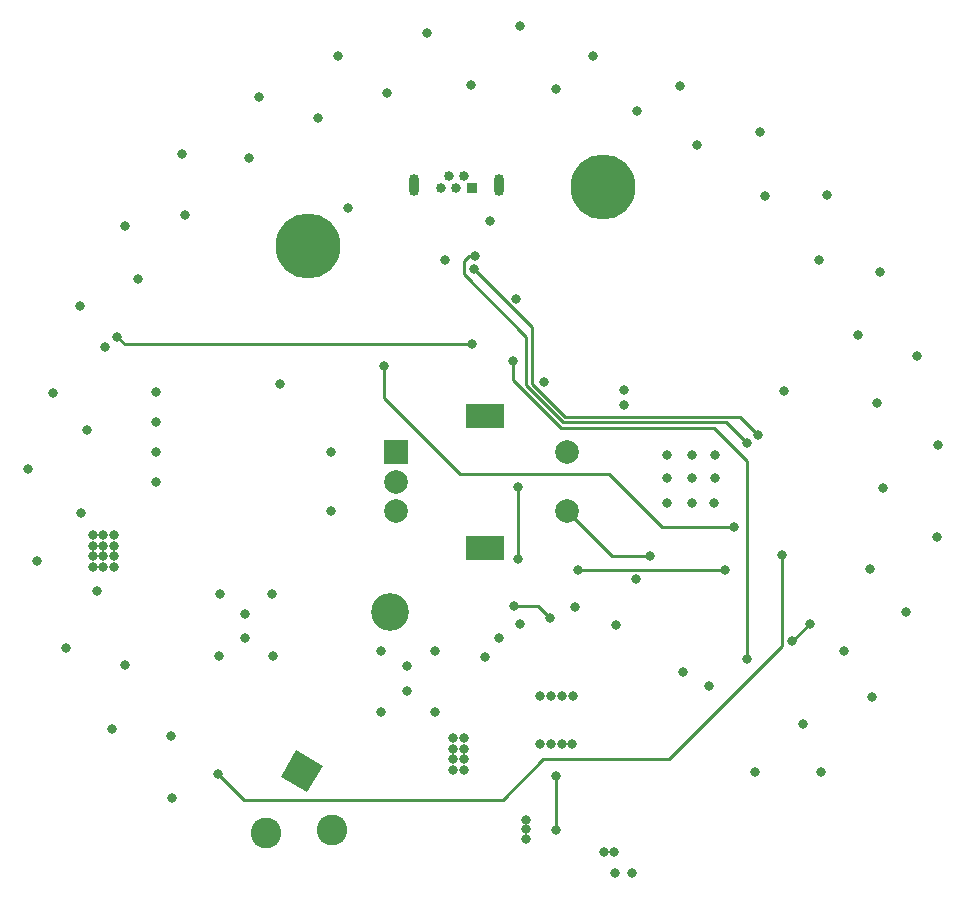
<source format=gbr>
%TF.GenerationSoftware,KiCad,Pcbnew,(5.1.9)-1*%
%TF.CreationDate,2021-08-28T01:46:01+02:00*%
%TF.ProjectId,nogasm,6e6f6761-736d-42e6-9b69-6361645f7063,rev?*%
%TF.SameCoordinates,Original*%
%TF.FileFunction,Copper,L4,Bot*%
%TF.FilePolarity,Positive*%
%FSLAX46Y46*%
G04 Gerber Fmt 4.6, Leading zero omitted, Abs format (unit mm)*
G04 Created by KiCad (PCBNEW (5.1.9)-1) date 2021-08-28 01:46:01*
%MOMM*%
%LPD*%
G01*
G04 APERTURE LIST*
%TA.AperFunction,ComponentPad*%
%ADD10O,0.850000X1.850000*%
%TD*%
%TA.AperFunction,ComponentPad*%
%ADD11C,0.840000*%
%TD*%
%TA.AperFunction,ComponentPad*%
%ADD12R,0.840000X0.840000*%
%TD*%
%TA.AperFunction,ComponentPad*%
%ADD13R,2.000000X2.000000*%
%TD*%
%TA.AperFunction,ComponentPad*%
%ADD14C,2.000000*%
%TD*%
%TA.AperFunction,ComponentPad*%
%ADD15R,3.200000X2.000000*%
%TD*%
%TA.AperFunction,ComponentPad*%
%ADD16C,2.600000*%
%TD*%
%TA.AperFunction,ComponentPad*%
%ADD17C,0.100000*%
%TD*%
%TA.AperFunction,ViaPad*%
%ADD18C,5.500000*%
%TD*%
%TA.AperFunction,ViaPad*%
%ADD19C,3.200000*%
%TD*%
%TA.AperFunction,ViaPad*%
%ADD20C,0.800000*%
%TD*%
%TA.AperFunction,Conductor*%
%ADD21C,0.250000*%
%TD*%
G04 APERTURE END LIST*
D10*
%TO.P,J3,6*%
%TO.N,GND*%
X134025000Y-64880000D03*
X141175000Y-64880000D03*
D11*
%TO.P,J3,5*%
X136300000Y-65100000D03*
%TO.P,J3,4*%
%TO.N,Net-(J3-Pad4)*%
X136950000Y-64100000D03*
%TO.P,J3,3*%
%TO.N,Net-(J3-Pad3)*%
X137600000Y-65100000D03*
%TO.P,J3,2*%
%TO.N,Net-(J3-Pad2)*%
X138250000Y-64100000D03*
D12*
%TO.P,J3,1*%
%TO.N,Net-(J3-Pad1)*%
X138900000Y-65100000D03*
%TD*%
D13*
%TO.P,SW2,A*%
%TO.N,/ENC_A*%
X132500000Y-87500000D03*
D14*
%TO.P,SW2,C*%
%TO.N,GND*%
X132500000Y-90000000D03*
%TO.P,SW2,B*%
%TO.N,/ENC_B*%
X132500000Y-92500000D03*
D15*
%TO.P,SW2,MP*%
%TO.N,N/C*%
X140000000Y-84400000D03*
X140000000Y-95600000D03*
D14*
%TO.P,SW2,S2*%
%TO.N,GND*%
X147000000Y-87500000D03*
%TO.P,SW2,S1*%
%TO.N,/ENC_SW*%
X147000000Y-92500000D03*
%TD*%
D16*
%TO.P,J1,3*%
%TO.N,N/C*%
X127070319Y-119448076D03*
%TO.P,J1,2*%
%TO.N,GND*%
X121500000Y-119696152D03*
%TA.AperFunction,ComponentPad*%
D17*
%TO.P,J1,1*%
%TO.N,+12V*%
G36*
X122724167Y-114975833D02*
G01*
X124024167Y-112724167D01*
X126275833Y-114024167D01*
X124975833Y-116275833D01*
X122724167Y-114975833D01*
G37*
%TD.AperFunction*%
%TD*%
D18*
%TO.N,*%
X125000000Y-70000000D03*
D19*
X132000000Y-101000000D03*
D18*
X150000000Y-65000000D03*
D20*
%TO.N,GND*%
X112200000Y-90000000D03*
X112200000Y-87500000D03*
X112200000Y-84900000D03*
X119700000Y-103200000D03*
X119700000Y-101200000D03*
X133400000Y-105600000D03*
X133400000Y-107700000D03*
X135800000Y-109500000D03*
X131200000Y-109500000D03*
X135800000Y-104300000D03*
X131200000Y-104300000D03*
X117500000Y-104700000D03*
X122100000Y-104700000D03*
X122000000Y-99500000D03*
X117600000Y-99500000D03*
X157500000Y-91800000D03*
X157500000Y-87700000D03*
X157500000Y-89700000D03*
X159500000Y-89700000D03*
X155400000Y-89700000D03*
X155400000Y-91800000D03*
X159400000Y-91800000D03*
X159500000Y-87700000D03*
X155400000Y-87700000D03*
X168500000Y-114600000D03*
X172800000Y-108200000D03*
X175700000Y-101000000D03*
X178300000Y-94700000D03*
X178400000Y-86900000D03*
X176600000Y-79300000D03*
X173500000Y-72200000D03*
X169000000Y-65700000D03*
X163300000Y-60400000D03*
X156500000Y-56500000D03*
X149200000Y-53900000D03*
X143000000Y-51400000D03*
X135100000Y-52000000D03*
X127600000Y-53900000D03*
X120900000Y-57400000D03*
X114400000Y-62200000D03*
X109500000Y-68300000D03*
X105700000Y-75100000D03*
X103400000Y-82500000D03*
X101300000Y-88900000D03*
X102100000Y-96700000D03*
X104500000Y-104100000D03*
X108400000Y-110900000D03*
X113500000Y-116800000D03*
X122700000Y-81700000D03*
X151800000Y-82200000D03*
X165300000Y-82300000D03*
X152800000Y-98225000D03*
X156800000Y-106100000D03*
X159000000Y-107300000D03*
X151000000Y-123100000D03*
X152500000Y-123100000D03*
X150900000Y-121300000D03*
X150100000Y-121300000D03*
X141200000Y-103200000D03*
X147600000Y-100600000D03*
X127000000Y-92500000D03*
X127000000Y-87500000D03*
X140000000Y-104800000D03*
X112200000Y-82400000D03*
X144700000Y-108100000D03*
X145600000Y-108100000D03*
X146500000Y-108100000D03*
X147500000Y-108100000D03*
X144700000Y-112200000D03*
X145600000Y-112200000D03*
X146500000Y-112200000D03*
X147400000Y-112200000D03*
X140400000Y-67900000D03*
X145005865Y-81499992D03*
%TO.N,+3V3*%
X151800000Y-83500000D03*
X143500000Y-118600000D03*
X143500000Y-119400000D03*
X143500000Y-120200000D03*
X137300000Y-111700000D03*
X138200000Y-111700000D03*
X137300000Y-112600000D03*
X138200000Y-112600000D03*
X137300000Y-113500000D03*
X138200000Y-113500000D03*
X137300000Y-114400000D03*
X138200000Y-114400000D03*
X143000000Y-102000000D03*
X151100000Y-102100000D03*
X128400000Y-66800000D03*
X136600000Y-71200000D03*
X142625313Y-74474687D03*
%TO.N,+5V*%
X113400000Y-111500000D03*
X109500000Y-105500000D03*
X107200000Y-99200000D03*
X105800000Y-92600000D03*
X106300000Y-85600000D03*
X107800000Y-78600000D03*
X110600000Y-72800000D03*
X114600000Y-67400000D03*
X120000000Y-62600000D03*
X125900000Y-59200000D03*
X131700000Y-57100000D03*
X146000000Y-56700000D03*
X152900000Y-58600000D03*
X158000000Y-61500000D03*
X163700000Y-65800000D03*
X168300000Y-71200000D03*
X171600000Y-77600000D03*
X173200000Y-83300000D03*
X173700000Y-90500000D03*
X172600000Y-97400000D03*
X170400000Y-104300000D03*
X166900000Y-110500000D03*
X162900000Y-114600000D03*
X138800000Y-56400000D03*
X107700000Y-94500000D03*
X108600000Y-94500000D03*
X108600000Y-95400000D03*
X108600000Y-96300000D03*
X107700000Y-96300000D03*
X107700000Y-95400000D03*
X106800000Y-95400000D03*
X106800000Y-96300000D03*
X106800000Y-97200000D03*
X107700000Y-97200000D03*
X108600000Y-97200000D03*
X106800000Y-94500000D03*
X108900000Y-77700000D03*
X138900000Y-78300000D03*
%TO.N,/ENC_B*%
X147926998Y-97500000D03*
X160300000Y-97500000D03*
%TO.N,/LED*%
X117400000Y-114700000D03*
X165200000Y-96200000D03*
%TO.N,/LEDS/Data-Out*%
X162200000Y-105000000D03*
X142400000Y-79800000D03*
%TO.N,Net-(R1-Pad1)*%
X146000000Y-119500000D03*
X146000000Y-114900000D03*
%TO.N,/Motor*%
X166000000Y-103500000D03*
X167499962Y-102000000D03*
%TO.N,/ENC_SW*%
X154000000Y-96300000D03*
%TO.N,/PRESSURE*%
X142800000Y-96500000D03*
X142800000Y-90410000D03*
%TO.N,Net-(RV1-Pad2)*%
X142500000Y-100500000D03*
X145530002Y-101500000D03*
%TO.N,/IO0*%
X161100000Y-93800000D03*
X131500000Y-80200000D03*
%TO.N,/TX_ESP*%
X163100000Y-86000000D03*
X139112660Y-71987340D03*
%TO.N,/RX_ESP*%
X162200000Y-86700000D03*
X139200000Y-70900000D03*
%TD*%
D21*
%TO.N,+5V*%
X109500000Y-78300000D02*
X108900000Y-77700000D01*
X138900000Y-78300000D02*
X109500000Y-78300000D01*
%TO.N,/ENC_A*%
X132500000Y-87500000D02*
X132600000Y-87500000D01*
%TO.N,/ENC_B*%
X147926998Y-97500000D02*
X160300000Y-97500000D01*
%TO.N,/LED*%
X144900000Y-113500000D02*
X141500000Y-116900000D01*
X141500000Y-116900000D02*
X119600000Y-116900000D01*
X119600000Y-116900000D02*
X117400000Y-114700000D01*
X153700000Y-113500000D02*
X144900000Y-113500000D01*
X153900000Y-113500000D02*
X153700000Y-113500000D01*
X155600000Y-113500000D02*
X153700000Y-113500000D01*
X165200000Y-103900000D02*
X155600000Y-113500000D01*
X165200000Y-96200000D02*
X165200000Y-103900000D01*
%TO.N,/LEDS/Data-Out*%
X162200000Y-104434315D02*
X162200000Y-105000000D01*
X162200000Y-88200000D02*
X162200000Y-104434315D01*
X159400000Y-85400000D02*
X162200000Y-88200000D01*
X146427178Y-85400000D02*
X159400000Y-85400000D01*
X142400000Y-81372822D02*
X146427178Y-85400000D01*
X142400000Y-79800000D02*
X142400000Y-81372822D01*
%TO.N,Net-(R1-Pad1)*%
X146000000Y-119500000D02*
X146000000Y-114900000D01*
%TO.N,/Motor*%
X166000000Y-103500000D02*
X167499962Y-102000038D01*
X167499962Y-102000038D02*
X167499962Y-102000000D01*
%TO.N,/ENC_SW*%
X147000000Y-92500000D02*
X150800000Y-96300000D01*
X150800000Y-96300000D02*
X154000000Y-96300000D01*
%TO.N,/PRESSURE*%
X142800000Y-96500000D02*
X142800000Y-90410000D01*
%TO.N,Net-(RV1-Pad2)*%
X144530002Y-100500000D02*
X145530002Y-101500000D01*
X142500000Y-100500000D02*
X144530002Y-100500000D01*
%TO.N,/IO0*%
X131500000Y-82900000D02*
X131500000Y-80200000D01*
X137900000Y-89300000D02*
X131500000Y-82900000D01*
X155000000Y-93800000D02*
X150500000Y-89300000D01*
X150500000Y-89300000D02*
X137900000Y-89300000D01*
X161100000Y-93800000D02*
X155000000Y-93800000D01*
%TO.N,/TX_ESP*%
X161599978Y-84499978D02*
X163100000Y-86000000D01*
X146799978Y-84499978D02*
X161599978Y-84499978D01*
X144000000Y-81700000D02*
X146799978Y-84499978D01*
X144000000Y-76874680D02*
X144000000Y-81700000D01*
X139112660Y-71987340D02*
X144000000Y-76874680D01*
%TO.N,/RX_ESP*%
X139200000Y-70900000D02*
X139000000Y-70900000D01*
X143500000Y-77700000D02*
X143500000Y-81836411D01*
X138200000Y-72400000D02*
X143500000Y-77700000D01*
X138200000Y-71334315D02*
X138200000Y-72400000D01*
X146613578Y-84949989D02*
X160449989Y-84949989D01*
X160449989Y-84949989D02*
X162200000Y-86700000D01*
X143500000Y-81836411D02*
X146613578Y-84949989D01*
X138634315Y-70900000D02*
X138200000Y-71334315D01*
X139200000Y-70900000D02*
X138634315Y-70900000D01*
%TD*%
M02*

</source>
